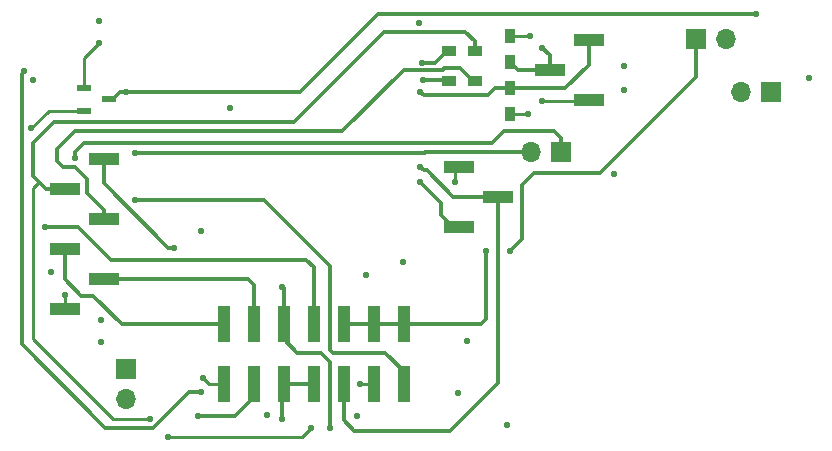
<source format=gbr>
G04 #@! TF.FileFunction,Copper,L4,Bot,Signal*
%FSLAX46Y46*%
G04 Gerber Fmt 4.6, Leading zero omitted, Abs format (unit mm)*
G04 Created by KiCad (PCBNEW 4.0.7) date 02/27/19 21:19:11*
%MOMM*%
%LPD*%
G01*
G04 APERTURE LIST*
%ADD10C,0.100000*%
%ADD11R,1.000000X3.150000*%
%ADD12R,1.300000X0.600000*%
%ADD13R,2.510000X1.000000*%
%ADD14R,0.900000X1.200000*%
%ADD15R,1.200000X0.900000*%
%ADD16R,1.700000X1.700000*%
%ADD17O,1.700000X1.700000*%
%ADD18C,0.558800*%
%ADD19C,0.254000*%
%ADD20C,0.304800*%
G04 APERTURE END LIST*
D10*
D11*
X83655000Y-94255000D03*
X83655000Y-89205000D03*
X81115000Y-94255000D03*
X81115000Y-89205000D03*
X78575000Y-94255000D03*
X78575000Y-89205000D03*
X76035000Y-94255000D03*
X76035000Y-89205000D03*
X73495000Y-94255000D03*
X73495000Y-89205000D03*
X70955000Y-94255000D03*
X70955000Y-89205000D03*
X68415000Y-94255000D03*
X68415000Y-89205000D03*
D12*
X58670000Y-70155000D03*
X56570000Y-69205000D03*
X56570000Y-71105000D03*
D13*
X58255000Y-75235000D03*
X58255000Y-80315000D03*
X58255000Y-85395000D03*
X54945000Y-77775000D03*
X54945000Y-82855000D03*
X54945000Y-87935000D03*
X88350000Y-80950000D03*
X88350000Y-75870000D03*
X91660000Y-78410000D03*
X99305096Y-65132286D03*
X99305096Y-70212286D03*
X95995096Y-67672286D03*
D14*
X92663096Y-71406286D03*
X92663096Y-69206286D03*
X92663096Y-64802286D03*
X92663096Y-67002286D03*
D15*
X87456096Y-66072286D03*
X89656096Y-66072286D03*
X87456096Y-68612286D03*
X89656096Y-68612286D03*
D16*
X114770000Y-69520000D03*
D17*
X112230000Y-69520000D03*
D16*
X60160000Y-93015000D03*
D17*
X60160000Y-95555000D03*
D16*
X108420000Y-65075000D03*
D17*
X110960000Y-65075000D03*
D16*
X96990000Y-74600000D03*
D17*
X94450000Y-74600000D03*
D18*
X101435000Y-76505000D03*
X68923000Y-70917000D03*
X54945000Y-86673000D03*
X87973000Y-77140000D03*
X95339000Y-70282000D03*
X117945000Y-68377000D03*
X84925000Y-63678000D03*
X92418000Y-97714000D03*
X88958832Y-90602000D03*
X83600702Y-83925298D03*
X80480000Y-85014000D03*
X79720130Y-96954130D03*
X72020000Y-96903000D03*
X66434000Y-81255000D03*
X53810000Y-84760000D03*
X58001000Y-90729000D03*
X52108200Y-72568000D03*
X52286000Y-68504000D03*
X57874000Y-63475000D03*
X94323000Y-64821000D03*
X102310000Y-69393000D03*
X102310000Y-67361000D03*
X94196000Y-71425000D03*
X88227000Y-95047000D03*
X66637000Y-93777000D03*
X58001000Y-88824000D03*
X57874000Y-65375000D03*
X113500000Y-62916000D03*
X60160000Y-69520000D03*
X51524000Y-67742000D03*
X66510000Y-94920000D03*
X60862708Y-78639619D03*
X90640000Y-82982000D03*
X92672000Y-82982000D03*
X62192000Y-97206000D03*
X63716000Y-98730000D03*
X75781000Y-97968000D03*
X79972000Y-94285000D03*
X85052000Y-75870000D03*
X73368000Y-97206000D03*
X53302000Y-80950000D03*
X77432000Y-97968000D03*
X73368000Y-86030000D03*
X66256000Y-96952000D03*
X64224000Y-82728000D03*
X85052000Y-77140000D03*
X85052000Y-69520000D03*
X95381000Y-65795000D03*
X60922000Y-74685000D03*
X55842000Y-75108000D03*
X85221000Y-67065000D03*
X85306000Y-68504000D03*
D19*
X56570000Y-71105000D02*
X53571200Y-71105000D01*
X53571200Y-71105000D02*
X52108200Y-72568000D01*
X54945000Y-87935000D02*
X54945000Y-86673000D01*
X87973000Y-77140000D02*
X87973000Y-76247000D01*
X87973000Y-76247000D02*
X88350000Y-75870000D01*
X95339000Y-70282000D02*
X99235382Y-70282000D01*
X99235382Y-70282000D02*
X99305096Y-70212286D01*
X92663096Y-64802286D02*
X94304286Y-64802286D01*
X94304286Y-64802286D02*
X94323000Y-64821000D01*
X93923286Y-71406286D02*
X93942000Y-71425000D01*
X93942000Y-71425000D02*
X94196000Y-71425000D01*
X92663096Y-71406286D02*
X93923286Y-71406286D01*
X68415000Y-94255000D02*
X67115000Y-94255000D01*
X67115000Y-94255000D02*
X66637000Y-93777000D01*
X56570000Y-69205000D02*
X56570000Y-66679000D01*
X56570000Y-66679000D02*
X57874000Y-65375000D01*
D20*
X81496000Y-62916000D02*
X113500000Y-62916000D01*
X74892000Y-69520000D02*
X81496000Y-62916000D01*
X60160000Y-69520000D02*
X74892000Y-69520000D01*
X59655000Y-69520000D02*
X60160000Y-69520000D01*
X58670000Y-70155000D02*
X59020000Y-70155000D01*
X59020000Y-70155000D02*
X59655000Y-69520000D01*
X66510000Y-94920000D02*
X65494000Y-94920000D01*
X65494000Y-94920000D02*
X62446000Y-97968000D01*
X62446000Y-97968000D02*
X58382000Y-97968000D01*
X58382000Y-97968000D02*
X51284656Y-90870656D01*
X51284656Y-90870656D02*
X51284656Y-67981344D01*
X51284656Y-67981344D02*
X51524000Y-67742000D01*
X61257839Y-78639619D02*
X60862708Y-78639619D01*
X71819619Y-78639619D02*
X61257839Y-78639619D01*
X77432000Y-84252000D02*
X71819619Y-78639619D01*
X83655000Y-94255000D02*
X83655000Y-93180000D01*
X77432000Y-91364000D02*
X77432000Y-84252000D01*
X82093000Y-91618000D02*
X77686000Y-91618000D01*
X77686000Y-91618000D02*
X77432000Y-91364000D01*
X83655000Y-93180000D02*
X82093000Y-91618000D01*
X90640000Y-82982000D02*
X90640000Y-88767885D01*
X90640000Y-88767885D02*
X90202885Y-89205000D01*
X90202885Y-89205000D02*
X83655000Y-89205000D01*
X93688000Y-81966000D02*
X92672000Y-82982000D01*
X93688000Y-80950000D02*
X93688000Y-81966000D01*
X93688000Y-77394000D02*
X93688000Y-80950000D01*
X94704000Y-76378000D02*
X93688000Y-77394000D01*
X100292000Y-76378000D02*
X94704000Y-76378000D01*
X108420000Y-68250000D02*
X100292000Y-76378000D01*
X108420000Y-65075000D02*
X108420000Y-68250000D01*
X81115000Y-89205000D02*
X83655000Y-89205000D01*
X78575000Y-89205000D02*
X81115000Y-89205000D01*
X53385200Y-77775000D02*
X52794000Y-77183800D01*
X52794000Y-77183800D02*
X52286000Y-76675800D01*
D19*
X62192000Y-97206000D02*
X59017000Y-97206000D01*
X59017000Y-97206000D02*
X52286000Y-90475000D01*
X52286000Y-90475000D02*
X52286000Y-77691800D01*
X52286000Y-77691800D02*
X52794000Y-77183800D01*
X75019000Y-98730000D02*
X63716000Y-98730000D01*
X75781000Y-97968000D02*
X75019000Y-98730000D01*
X80331000Y-94285000D02*
X79972000Y-94285000D01*
X81115000Y-94255000D02*
X80361000Y-94255000D01*
X80361000Y-94255000D02*
X80331000Y-94285000D01*
D20*
X88862000Y-64440000D02*
X89656096Y-65234096D01*
X89656096Y-65234096D02*
X89656096Y-65317486D01*
X89656096Y-65317486D02*
X89656096Y-66072286D01*
X82004000Y-64440000D02*
X88862000Y-64440000D01*
X74384000Y-72060000D02*
X82004000Y-64440000D01*
X54064000Y-72060000D02*
X74384000Y-72060000D01*
X52286000Y-73838000D02*
X54064000Y-72060000D01*
X52286000Y-76675800D02*
X52286000Y-73838000D01*
X54945000Y-77775000D02*
X53385200Y-77775000D01*
X91660000Y-78410000D02*
X91660000Y-79214800D01*
X91660000Y-79214800D02*
X91656000Y-79218800D01*
X91656000Y-79218800D02*
X91656000Y-94158000D01*
X87592000Y-98222000D02*
X79464000Y-98222000D01*
X91656000Y-94158000D02*
X87592000Y-98222000D01*
X79464000Y-98222000D02*
X78575000Y-97333000D01*
X78575000Y-97333000D02*
X78575000Y-94255000D01*
X85585399Y-76149399D02*
X87846000Y-78410000D01*
X87846000Y-78410000D02*
X91660000Y-78410000D01*
X85052000Y-75870000D02*
X85331399Y-76149399D01*
X85331399Y-76149399D02*
X85585399Y-76149399D01*
X73495000Y-94255000D02*
X76035000Y-94255000D01*
X73368000Y-97206000D02*
X73368000Y-94382000D01*
X73368000Y-94382000D02*
X73495000Y-94255000D01*
X56096000Y-80950000D02*
X53302000Y-80950000D01*
X58890000Y-83744000D02*
X56096000Y-80950000D01*
X59398000Y-83744000D02*
X58890000Y-83744000D01*
X75400000Y-83744000D02*
X59398000Y-83744000D01*
X76035000Y-84379000D02*
X75400000Y-83744000D01*
X76035000Y-89205000D02*
X76035000Y-84379000D01*
X77432000Y-97460000D02*
X77432000Y-97968000D01*
X77432000Y-92380000D02*
X77432000Y-97460000D01*
X76670000Y-91618000D02*
X77432000Y-92380000D01*
X74638000Y-91618000D02*
X76670000Y-91618000D01*
X73495000Y-90475000D02*
X74638000Y-91618000D01*
X73495000Y-89205000D02*
X73495000Y-90475000D01*
X73495000Y-86157000D02*
X73368000Y-86030000D01*
X73495000Y-89205000D02*
X73495000Y-86157000D01*
X69333000Y-96952000D02*
X66256000Y-96952000D01*
X70955000Y-94255000D02*
X70955000Y-95330000D01*
X70955000Y-95330000D02*
X69333000Y-96952000D01*
X70447000Y-85395000D02*
X70955000Y-85903000D01*
X70955000Y-85903000D02*
X70955000Y-89205000D01*
X58255000Y-85395000D02*
X70447000Y-85395000D01*
X56350000Y-86792000D02*
X54945000Y-85387000D01*
X54945000Y-85387000D02*
X54945000Y-82855000D01*
X57366000Y-86792000D02*
X56350000Y-86792000D01*
X59779000Y-89205000D02*
X57366000Y-86792000D01*
X68415000Y-89205000D02*
X59779000Y-89205000D01*
X64224000Y-82728000D02*
X63716000Y-82728000D01*
X63716000Y-82728000D02*
X58255000Y-77267000D01*
X58255000Y-77267000D02*
X58255000Y-75235000D01*
X87084000Y-67488000D02*
X88381810Y-67488000D01*
X88381810Y-67488000D02*
X89506096Y-68612286D01*
X89506096Y-68612286D02*
X89656096Y-68612286D01*
X86922799Y-67649201D02*
X87084000Y-67488000D01*
X78448000Y-72822000D02*
X83620799Y-67649201D01*
X83620799Y-67649201D02*
X86922799Y-67649201D01*
X55842000Y-72822000D02*
X78448000Y-72822000D01*
X54318000Y-74346000D02*
X55842000Y-72822000D01*
X54318000Y-75362000D02*
X54318000Y-74346000D01*
X54826000Y-75870000D02*
X54318000Y-75362000D01*
X55842000Y-75870000D02*
X54826000Y-75870000D01*
X56858000Y-76886000D02*
X55842000Y-75870000D01*
X56858000Y-78113200D02*
X56858000Y-76886000D01*
X58255000Y-80315000D02*
X58255000Y-79510200D01*
X58255000Y-79510200D02*
X56858000Y-78113200D01*
X85052000Y-77140000D02*
X86830000Y-78918000D01*
X86830000Y-78918000D02*
X86830000Y-79934000D01*
X86830000Y-79934000D02*
X87846000Y-80950000D01*
X87846000Y-80950000D02*
X88350000Y-80950000D01*
X85052000Y-69520000D02*
X85331399Y-69799399D01*
X85331399Y-69799399D02*
X90785026Y-69799399D01*
X90785026Y-69799399D02*
X91378139Y-69206286D01*
X91378139Y-69206286D02*
X92663096Y-69206286D01*
X92663096Y-69206286D02*
X97303714Y-69206286D01*
X97303714Y-69206286D02*
X99305096Y-67204904D01*
X99305096Y-67204904D02*
X99305096Y-65132286D01*
X95995096Y-67672286D02*
X93333096Y-67672286D01*
X93333096Y-67672286D02*
X92663096Y-67002286D01*
X95995096Y-67672286D02*
X95995096Y-66409096D01*
X95995096Y-66409096D02*
X95381000Y-65795000D01*
X85457382Y-74600000D02*
X85560000Y-74600000D01*
X85560000Y-74600000D02*
X93247919Y-74600000D01*
X60922000Y-74685000D02*
X85475000Y-74685000D01*
X85475000Y-74685000D02*
X85560000Y-74600000D01*
X93247919Y-74600000D02*
X94450000Y-74600000D01*
X55842000Y-74600000D02*
X55842000Y-75108000D01*
X56585824Y-73856176D02*
X55842000Y-74600000D01*
X56622176Y-73856176D02*
X56585824Y-73856176D01*
X56622176Y-73856176D02*
X91129824Y-73856176D01*
X91129824Y-73856176D02*
X92164000Y-72822000D01*
X92164000Y-72822000D02*
X96366800Y-72822000D01*
X96366800Y-72822000D02*
X96990000Y-73445200D01*
X96990000Y-73445200D02*
X96990000Y-74600000D01*
X85221000Y-67065000D02*
X86313382Y-67065000D01*
X86313382Y-67065000D02*
X87306096Y-66072286D01*
X87306096Y-66072286D02*
X87456096Y-66072286D01*
X85306000Y-68504000D02*
X87347810Y-68504000D01*
X87347810Y-68504000D02*
X87456096Y-68612286D01*
M02*

</source>
